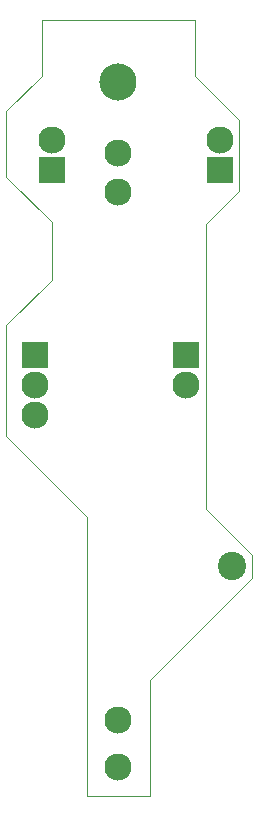
<source format=gbr>
%TF.GenerationSoftware,KiCad,Pcbnew,(5.0.0-rc3-dev)*%
%TF.CreationDate,2019-02-19T23:04:41+00:00*%
%TF.ProjectId,battery_breakout,626174746572795F627265616B6F7574,rev?*%
%TF.SameCoordinates,Original*%
%TF.FileFunction,Soldermask,Top*%
%TF.FilePolarity,Negative*%
%FSLAX46Y46*%
G04 Gerber Fmt 4.6, Leading zero omitted, Abs format (unit mm)*
G04 Created by KiCad (PCBNEW (5.0.0-rc3-dev)) date 02/19/19 23:04:41*
%MOMM*%
%LPD*%
G01*
G04 APERTURE LIST*
%ADD10C,0.010000*%
%ADD11C,2.300000*%
%ADD12R,2.300000X2.300000*%
%ADD13C,3.150000*%
%ADD14C,2.400000*%
G04 APERTURE END LIST*
D10*
X156600000Y-130100000D02*
X160500000Y-134000000D01*
X160500000Y-134000000D02*
X160500000Y-136000000D01*
X139700000Y-96450000D02*
X139700000Y-102000000D01*
X143550000Y-110750000D02*
X143550000Y-105850000D01*
X139700000Y-114600000D02*
X143550000Y-110750000D01*
X139700000Y-102000000D02*
X143550000Y-105850000D01*
X151900000Y-154400000D02*
X151900000Y-144600000D01*
X160500000Y-136000000D02*
X151900000Y-144600000D01*
X146500000Y-130800000D02*
X139700000Y-124000000D01*
X146500000Y-154400000D02*
X146500000Y-130800000D01*
X151900000Y-154400000D02*
X146500000Y-154400000D01*
X156600000Y-130100000D02*
X156600000Y-106050000D01*
X156600000Y-106050000D02*
X159450000Y-103200000D01*
X159450000Y-103200000D02*
X159450000Y-97200000D01*
X139700000Y-114600000D02*
X139700000Y-124000000D01*
X155700000Y-88700000D02*
X155700000Y-93450000D01*
X159450000Y-97200000D02*
X155700000Y-93450000D01*
X142700000Y-93450000D02*
X142700000Y-88700000D01*
X139700000Y-96450000D02*
X142700000Y-93450000D01*
X155700000Y-88700000D02*
X142700000Y-88700000D01*
D11*
X149200000Y-100000000D03*
X149200000Y-152000000D03*
X149200000Y-148000000D03*
X149200000Y-103300000D03*
D12*
X154900000Y-117060000D03*
D11*
X154900000Y-119600000D03*
X142100000Y-122140000D03*
X142100000Y-119600000D03*
D12*
X142100000Y-117060000D03*
D11*
X157800000Y-98930000D03*
D12*
X157800000Y-101470000D03*
D13*
X149200000Y-94000000D03*
D12*
X143600000Y-101470000D03*
D11*
X143600000Y-98930000D03*
D14*
X158800000Y-135000000D03*
M02*

</source>
